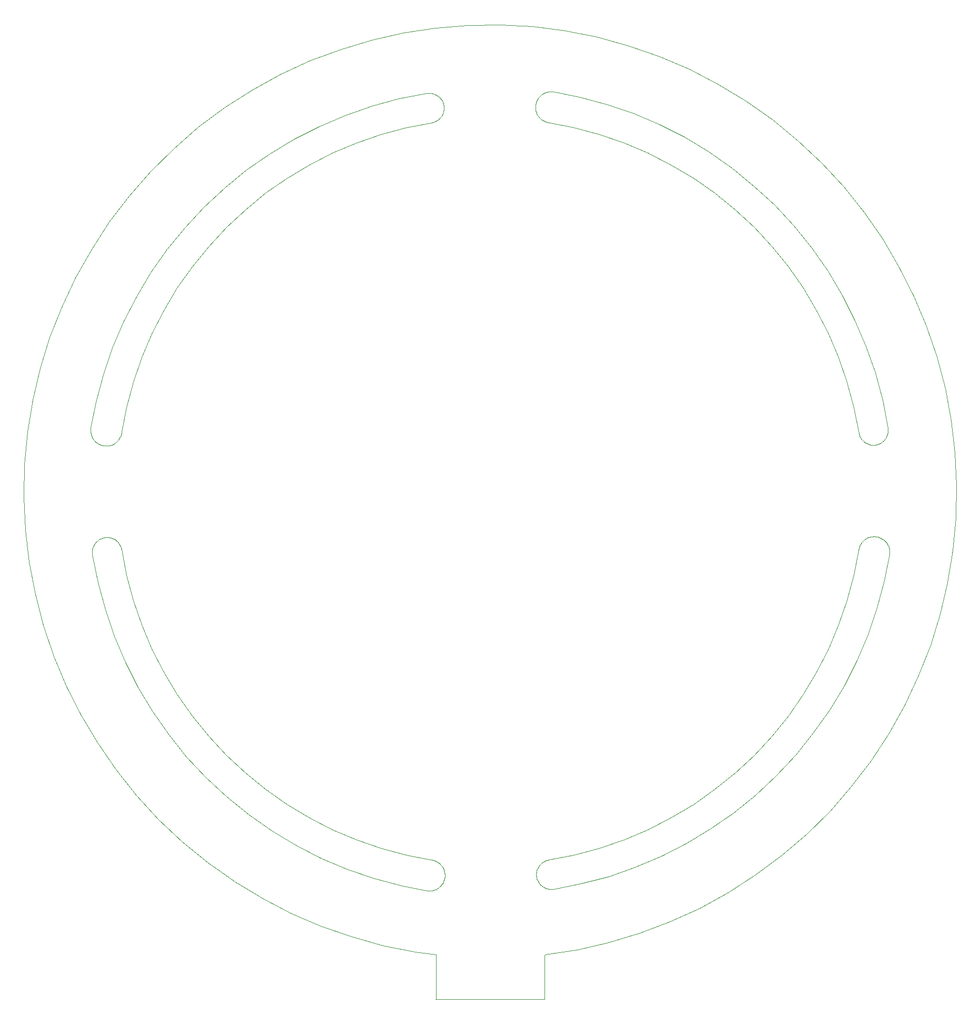
<source format=gm1>
%FSTAX44Y44*%
%MOMM*%
%SFA1B1*%

%IPPOS*%
%ADD18C,0.100000*%
%LNpcb1-1*%
%LPD*%
G54D18*
X-01656572Y01510656D02*
D01*
X-01701108Y01502*
X-01744931Y01490257*
X-01787829Y01475486*
X-01829592Y01457759*
X-01870016Y01437162*
X-01908905Y01413795*
X-0194607Y01387772*
X-01981328Y01359221*
X-02014509Y01328279*
X-02045451Y01295098*
X-02074003Y01259839*
X-02100026Y01222675*
X-02123393Y01183786*
X-0214399Y01143361*
X-02161717Y01101599*
X-02176488Y01058701*
X-0218823Y01014878*
X-02196476Y00972901*
X-0164834Y01463832D02*
D01*
X-01646717Y01464176*
X-01645122Y01464633*
X-01643563Y014652*
X-01642047Y01465874*
X-01640581Y01466652*
X-01639174Y0146753*
X-01637831Y01468505*
X-01636559Y01469571*
X-01635365Y01470723*
X-01634254Y01471955*
X-01633232Y01473262*
X-01632304Y01474637*
X-01631474Y01476074*
X-01630745Y01477565*
X-01630123Y01479103*
X-01629609Y01480681*
X-01629207Y0148229*
X-01628918Y01483924*
X-01628744Y01485574*
X-01628685Y01487232*
X-01628742Y01488891*
X-01628915Y01490541*
X-01629202Y01492175*
X-01629603Y01493785*
X-01630115Y01495363*
X-01630736Y01496902*
X-01631462Y01498394*
X-01632291Y01499831*
X-01633218Y01501207*
X-01634239Y01502515*
X-01635349Y01503749*
X-01636542Y01504902*
X-01637812Y01505969*
X-01639154Y01506945*
X-0164056Y01507825*
X-01642025Y01508604*
X-01643541Y0150928*
X-01645099Y01509848*
X-01646694Y01510306*
X-01648317Y01510652*
X-0164996Y01510884*
X-01651615Y01511001*
X-01653274Y01511001*
X-01654929Y01510886*
X-01656572Y01510656*
X-0164834Y01463832D02*
D01*
X-0168945Y01455841*
X-01729903Y01445002*
X-017695Y01431367*
X-01808051Y01415004*
X-01845365Y01395991*
X-01881263Y01374422*
X-01915569Y013504*
X-01948115Y01324045*
X-01978744Y01295483*
X-02007305Y01264854*
X-02033661Y01232308*
X-02057682Y01198002*
X-02079251Y01162105*
X-02098264Y0112479*
X-02114628Y0108624*
X-02128262Y01046642*
X-02139102Y0100619*
X-02146747Y00967232*
X-02196476Y00972901D02*
D01*
X-02196689Y0097117*
X-0219678Y00969427*
X-0219675Y00967682*
X-02196598Y00965944*
X-02196325Y0096422*
X-02195932Y0096252*
X-02195422Y00960851*
X-02194797Y00959222*
X-02194059Y00957641*
X-02193214Y00956115*
X-02192263Y00954651*
X-02191213Y00953258*
X-02190068Y00951941*
X-02188834Y00950707*
X-02187517Y00949562*
X-02186124Y00948512*
X-0218466Y00947561*
X-02183134Y00946715*
X-02181553Y00945978*
X-02179924Y00945353*
X-02178255Y00944842*
X-02176555Y0094445*
X-02174831Y00944177*
X-02173093Y00944025*
X-02171348Y00943994*
X-02169606Y00944086*
X-02167874Y00944298*
X-02166161Y00944631*
X-02164475Y00945083*
X-02162826Y00945651*
X-02161219Y00946333*
X-02159664Y00947125*
X-02158169Y00948024*
X-02156739Y00949025*
X-02155383Y00950123*
X-02154107Y00951313*
X-02152917Y00952589*
X-02151819Y00953945*
X-02150818Y00955374*
X-02149919Y0095687*
X-02149127Y00958425*
X-02148445Y00960031*
X-02147877Y00961681*
X-02147425Y00963366*
X-02147092Y00965079*
X-0214688Y00966811*
X-02146845Y00967247*
X-02147092Y00777358D02*
D01*
X-02147436Y00778981*
X-02147893Y00780577*
X-0214846Y00782136*
X-02149134Y00783652*
X-02149912Y00785118*
X-0215079Y00786525*
X-02151765Y00787868*
X-02152831Y00789139*
X-02153983Y00790333*
X-02155215Y00791444*
X-02156522Y00792467*
X-02157897Y00793395*
X-02159334Y00794225*
X-02160825Y00794953*
X-02162363Y00795576*
X-02163941Y00796089*
X-0216555Y00796491*
X-02167184Y0079678*
X-02168834Y00796955*
X-02170492Y00797013*
X-02172151Y00796956*
X-02173801Y00796784*
X-02175435Y00796497*
X-02177045Y00796096*
X-02178623Y00795584*
X-02180162Y00794963*
X-02181654Y00794237*
X-02183091Y00793408*
X-02184467Y00792481*
X-02185775Y0079146*
X-02187009Y0079035*
X-02188162Y00789157*
X-02189229Y00787887*
X-02190205Y00786545*
X-02191085Y00785138*
X-02191864Y00783674*
X-0219254Y00782158*
X-02193108Y00780599*
X-02193566Y00779005*
X-02193912Y00777382*
X-02194144Y00775739*
X-02194261Y00774084*
X-02194261Y00772425*
X-02194146Y0077077*
X-02193916Y00769126*
X-02147092Y00777358D02*
D01*
X-02139101Y00736248*
X-02128262Y00695796*
X-02114627Y00656198*
X-02098264Y00617648*
X-02079251Y00580333*
X-02057682Y00544436*
X-0203366Y0051013*
X-02007305Y00477584*
X-01978743Y00446955*
X-01948114Y00418393*
X-01915568Y00392038*
X-01881262Y00368017*
X-01845365Y00346447*
X-0180805Y00327434*
X-017695Y00311071*
X-01729902Y00297436*
X-0168945Y00286597*
X-01650492Y00278951*
X-01656161Y00229222D02*
D01*
X-0165443Y0022901*
X-01652687Y00228918*
X-01650942Y00228949*
X-01649204Y00229101*
X-0164748Y00229374*
X-0164578Y00229766*
X-01644111Y00230276*
X-01642482Y00230902*
X-01640901Y00231639*
X-01639375Y00232485*
X-01637911Y00233436*
X-01636518Y00234486*
X-01635201Y0023563*
X-01633967Y00236864*
X-01632822Y00238181*
X-01631772Y00239575*
X-01630821Y00241038*
X-01629975Y00242564*
X-01629238Y00244146*
X-01628613Y00245775*
X-01628102Y00247444*
X-0162771Y00249144*
X-01627437Y00250867*
X-01627285Y00252606*
X-01627254Y00254351*
X-01627346Y00256093*
X-01627558Y00257825*
X-01627891Y00259538*
X-01628343Y00261224*
X-01628911Y00262873*
X-01629593Y0026448*
X-01630385Y00266034*
X-01631284Y0026753*
X-01632285Y0026896*
X-01633383Y00270316*
X-01634573Y00271592*
X-01635849Y00272782*
X-01637205Y0027388*
X-01638634Y00274881*
X-0164013Y0027578*
X-01641685Y00276572*
X-01643291Y00277254*
X-01644941Y00277822*
X-01646626Y00278274*
X-01648339Y00278606*
X-01650071Y00278819*
X-01650507Y00278853*
X-02193916Y00769126D02*
D01*
X-0218526Y00724591*
X-02173517Y00680767*
X-02158746Y0063787*
X-02141019Y00596107*
X-02120422Y00555683*
X-02097055Y00516793*
X-02071032Y00479629*
X-02042481Y0044437*
X-02011539Y00411189*
X-01978358Y00380248*
X-01943099Y00351696*
X-01905935Y00325673*
X-01867046Y00302306*
X-01826621Y00281709*
X-01784859Y00263982*
X-01741961Y00249211*
X-01698138Y00237468*
X-01656161Y00229222*
X-01452386Y00231782D02*
D01*
X-01407851Y00240439*
X-01364027Y00252182*
X-0132113Y00266952*
X-01279367Y0028468*
X-01238943Y00305277*
X-01200053Y00328644*
X-01162889Y00354667*
X-0112763Y00383218*
X-01094449Y0041416*
X-01063508Y00447341*
X-01034956Y004826*
X-01008933Y00519764*
X-00985566Y00558653*
X-00964969Y00599077*
X-00947242Y0064084*
X-00932471Y00683738*
X-00920728Y00727561*
X-00912482Y00769537*
D01*
X-0091227Y00771269*
X-00912178Y00773012*
X-00912209Y00774757*
X-00912361Y00776495*
X-00912634Y00778218*
X-00913026Y00779919*
X-00913536Y00781587*
X-00914162Y00783216*
X-00914899Y00784798*
X-00915745Y00786324*
X-00916696Y00787788*
X-00917746Y00789181*
X-0091889Y00790498*
X-00920124Y00791732*
X-00921441Y00792877*
X-00922835Y00793927*
X-00924298Y00794877*
X-00925824Y00795723*
X-00927406Y00796461*
X-00929035Y00797086*
X-00930704Y00797596*
X-00932404Y00797989*
X-00934127Y00798262*
X-00935866Y00798414*
X-00937611Y00798444*
X-00939353Y00798353*
X-00941085Y0079814*
X-00942798Y00797807*
X-00944484Y00797356*
X-00946133Y00796788*
X-0094774Y00796106*
X-00949294Y00795314*
X-0095079Y00794415*
X-0095222Y00793414*
X-00953576Y00792316*
X-00954852Y00791126*
X-00956042Y0078985*
X-0095714Y00788494*
X-00958141Y00787064*
X-0095904Y00785569*
X-00959832Y00784014*
X-00960514Y00782408*
X-00961082Y00780758*
X-00961534Y00779072*
X-00961866Y00777359*
X-00962079Y00775627*
X-00962113Y00775191*
X-01460618Y00278606D02*
D01*
X-01419508Y00286597*
X-01379056Y00297437*
X-01339458Y00311071*
X-01300908Y00327435*
X-01263593Y00346448*
X-01227696Y00368017*
X-0119339Y00392038*
X-01160844Y00418394*
X-01130215Y00446955*
X-01101653Y00477584*
X-01075298Y00510131*
X-01051277Y00544436*
X-01029707Y00580334*
X-01010694Y00617649*
X-00994331Y00656199*
X-00980696Y00695797*
X-00969857Y00736249*
X-00962211Y00775208*
X-01460618Y00278606D02*
D01*
X-01462241Y00278262*
X-01463837Y00277806*
X-01465396Y00277239*
X-01466912Y00276565*
X-01468378Y00275787*
X-01469785Y00274908*
X-01471128Y00273934*
X-01472399Y00272868*
X-01473593Y00271716*
X-01474704Y00270483*
X-01475727Y00269176*
X-01476655Y00267801*
X-01477485Y00266365*
X-01478213Y00264874*
X-01478836Y00263336*
X-01479349Y00261758*
X-01479751Y00260148*
X-0148004Y00258515*
X-01480215Y00256865*
X-01480273Y00255206*
X-01480216Y00253548*
X-01480044Y00251898*
X-01479757Y00250264*
X-01479356Y00248654*
X-01478844Y00247075*
X-01478223Y00245537*
X-01477497Y00244045*
X-01476668Y00242608*
X-01475741Y00241232*
X-0147472Y00239924*
X-0147361Y0023869*
X-01472417Y00237537*
X-01471147Y0023647*
X-01469805Y00235494*
X-01468398Y00234614*
X-01466934Y00233834*
X-01465418Y00233159*
X-01463859Y0023259*
X-01462265Y00232132*
X-01460642Y00231786*
X-01458999Y00231555*
X-01457344Y00231438*
X-01455685Y00231437*
X-0145403Y00231552*
X-01452386Y00231782*
X-01452797Y01513216D02*
D01*
X-01454529Y01513429*
X-01456272Y0151352*
X-01458017Y0151349*
X-01459755Y01513338*
X-01461478Y01513065*
X-01463179Y01512672*
X-01464847Y01512162*
X-01466476Y01511537*
X-01468058Y01510799*
X-01469584Y01509954*
X-01471048Y01509003*
X-01472441Y01507953*
X-01473758Y01506808*
X-01474992Y01505574*
X-01476137Y01504257*
X-01477187Y01502864*
X-01478137Y015014*
X-01478983Y01499874*
X-01479721Y01498293*
X-01480346Y01496664*
X-01480856Y01494995*
X-01481249Y01493295*
X-01481522Y01491571*
X-01481674Y01489833*
X-01481704Y01488088*
X-01481613Y01486346*
X-014814Y01484614*
X-01481067Y01482901*
X-01480616Y01481215*
X-01480048Y01479566*
X-01479366Y01477959*
X-01478574Y01476404*
X-01477675Y01474909*
X-01476674Y01473479*
X-01475576Y01472123*
X-01474386Y01470847*
X-0147311Y01469657*
X-01471754Y01468559*
X-01470324Y01467558*
X-01468829Y01466659*
X-01467274Y01465867*
X-01465668Y01465185*
X-01464018Y01464617*
X-01462332Y01464165*
X-01460619Y01463832*
X-01458887Y0146362*
X-01458451Y01463585*
X-00915042Y00973312D02*
D01*
X-00923699Y01017848*
X-00935442Y01061671*
X-00950212Y01104569*
X-0096794Y01146332*
X-00988537Y01186756*
X-01011904Y01225645*
X-01037927Y0126281*
X-01066478Y01298068*
X-0109742Y01331249*
X-01130601Y01362191*
X-0116586Y01390743*
X-01203024Y01416766*
X-01241913Y01440133*
X-01282337Y0146073*
X-013241Y01478457*
X-01366998Y01493228*
X-01410821Y0150497*
X-01452797Y01513216*
X-00961866Y0096508D02*
D01*
X-00961522Y00963457*
X-00961066Y00961862*
X-00960499Y00960303*
X-00959825Y00958787*
X-00959047Y00957321*
X-00958168Y00955914*
X-00957194Y00954571*
X-00956128Y00953299*
X-00954976Y00952105*
X-00953743Y00950994*
X-00952436Y00949972*
X-00951061Y00949044*
X-00949625Y00948214*
X-00948134Y00947485*
X-00946596Y00946863*
X-00945018Y00946349*
X-00943408Y00945947*
X-00941775Y00945658*
X-00940125Y00945484*
X-00938466Y00945425*
X-00936808Y00945482*
X-00935158Y00945655*
X-00933524Y00945942*
X-00931914Y00946343*
X-00930335Y00946855*
X-00928797Y00947476*
X-00927305Y00948202*
X-00925868Y00949031*
X-00924492Y00949958*
X-00923184Y00950979*
X-0092195Y00952089*
X-00920797Y00953282*
X-0091973Y00954552*
X-00918754Y00955894*
X-00917874Y009573*
X-00917094Y00958765*
X-00916419Y00960281*
X-0091585Y00961839*
X-00915392Y00963434*
X-00915046Y00965057*
X-00914815Y009667*
X-00914698Y00968355*
X-00914697Y00970014*
X-00914812Y00971669*
X-00915042Y00973312*
X-00961866Y0096508D02*
D01*
X-00969857Y0100619*
X-00980697Y01046643*
X-00994331Y0108624*
X-01010695Y01124791*
X-01029708Y01162105*
X-01051277Y01198003*
X-01075298Y01232309*
X-01101654Y01264855*
X-01130215Y01295484*
X-01160844Y01324045*
X-01193391Y01350401*
X-01227696Y01374422*
X-01263594Y01395991*
X-01300909Y01415004*
X-01339459Y01431368*
X-01379057Y01445002*
X-01419509Y01455842*
X-01458468Y01463487*
X-01466557Y0012639D02*
D01*
X-01414815Y00134338*
X-01363753Y00145875*
X-0131362Y00160947*
X-01264661Y00179478*
X-01217113Y0020138*
X-0117121Y00226545*
X-01127173Y00254851*
X-01085218Y0028616*
X-0104555Y00320319*
X-0100836Y00357162*
X-00973832Y0039651*
X-00942132Y0043817*
X-00913416Y0048194*
X-00887823Y00527607*
X-00865478Y00574948*
X-00846489Y00623732*
X-0083095Y00673721*
X-00818936Y00724673*
X-00810505Y00776339*
X-00805698Y00828467*
X-0080454Y00880804*
X-00807036Y00933094*
X-00813173Y00985082*
X-00822921Y01036516*
X-00836234Y01087144*
X-00853045Y0113672*
X-00873274Y01185003*
X-00896822Y01231757*
X-00923574Y01276755*
X-00953399Y01319777*
X-00986153Y01360613*
X-01021676Y01399065*
X-01059795Y01434946*
X-01100323Y0146808*
X-01143065Y01498307*
X-0118781Y01525478*
X-01234342Y01549462*
X-01282434Y01570141*
X-01331851Y01587416*
X-01382353Y01601201*
X-01433693Y0161143*
X-01485621Y01618052*
X-01537886Y01621036*
X-01590231Y01620367*
X-01642401Y01616048*
X-01694144Y01608101*
X-01745206Y01596563*
X-01795339Y01581492*
X-01844298Y0156296*
X-01891846Y01541059*
X-01937749Y01515893*
X-01981786Y01487588*
X-02023741Y01456279*
X-02063409Y01422119*
X-02100598Y01385276*
X-02135127Y01345929*
X-02166827Y01304268*
X-02195543Y01260498*
X-02221136Y01214832*
X-02243481Y01167491*
X-0226247Y01118707*
X-02278009Y01068717*
X-02290023Y01017765*
X-02298454Y00966099*
X-0230326Y00913971*
X-02304419Y00861635*
X-02301923Y00809345*
X-02295786Y00757357*
X-02286038Y00705923*
X-02272725Y00655295*
X-02255913Y00605719*
X-02235684Y00557436*
X-02212137Y00510682*
X-02185385Y00465684*
X-02155559Y00422662*
X-02122805Y00381826*
X-02087282Y00343373*
X-02049164Y00307493*
X-02008635Y00274358*
X-01965894Y00244132*
X-01921149Y00216961*
X-01874617Y00192977*
X-01826525Y00172298*
X-01777108Y00155023*
X-01726606Y00141238*
X-01675266Y00131009*
X-01641762Y00126315*
X-01656572Y01510656D02*
D01*
X-02146845Y00967247D02*
X-02146747Y00967232D01*
X-01650507Y00278853D02*
X-01650492Y00278951D01*
X-00962211Y00775208D02*
X-00962113Y00775191D01*
X-00915042Y00973312D02*
D01*
X-01641979Y00054459D02*
X-01466979D01*
Y00125968*
X-01466557Y0012639*
X-01641762Y00054677D02*
Y00126315D01*
X-01641979Y00054459D02*
X-01641762Y00054677D01*
M02*
</source>
